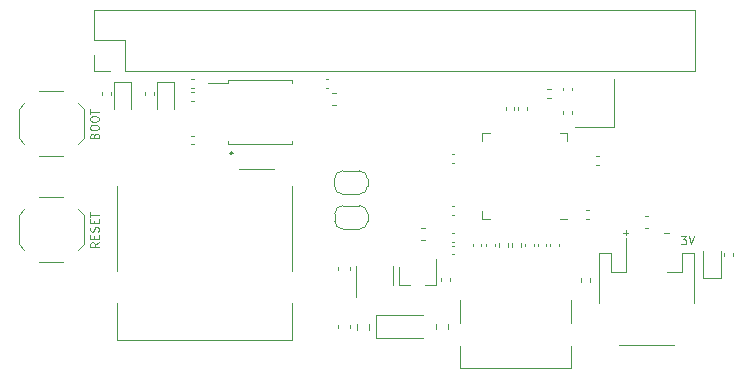
<source format=gbr>
%TF.GenerationSoftware,KiCad,Pcbnew,(5.1.8-0-10_14)*%
%TF.CreationDate,2021-08-20T13:19:01+08:00*%
%TF.ProjectId,microbyte-rp2040,6d696372-6f62-4797-9465-2d7270323034,rev?*%
%TF.SameCoordinates,Original*%
%TF.FileFunction,Legend,Top*%
%TF.FilePolarity,Positive*%
%FSLAX46Y46*%
G04 Gerber Fmt 4.6, Leading zero omitted, Abs format (unit mm)*
G04 Created by KiCad (PCBNEW (5.1.8-0-10_14)) date 2021-08-20 13:19:01*
%MOMM*%
%LPD*%
G01*
G04 APERTURE LIST*
%ADD10C,0.120000*%
%ADD11C,0.200000*%
%ADD12C,0.100000*%
G04 APERTURE END LIST*
D10*
X171481428Y-98632857D02*
X171938571Y-98632857D01*
X172926666Y-98936666D02*
X173360000Y-98936666D01*
X173126666Y-99203333D01*
X173226666Y-99203333D01*
X173293333Y-99236666D01*
X173326666Y-99270000D01*
X173360000Y-99336666D01*
X173360000Y-99503333D01*
X173326666Y-99570000D01*
X173293333Y-99603333D01*
X173226666Y-99636666D01*
X173026666Y-99636666D01*
X172960000Y-99603333D01*
X172926666Y-99570000D01*
X173560000Y-98936666D02*
X173793333Y-99636666D01*
X174026666Y-98936666D01*
X168001428Y-98632857D02*
X168458571Y-98632857D01*
X168230000Y-98861428D02*
X168230000Y-98404285D01*
X123606666Y-99446666D02*
X123273333Y-99680000D01*
X123606666Y-99846666D02*
X122906666Y-99846666D01*
X122906666Y-99580000D01*
X122940000Y-99513333D01*
X122973333Y-99480000D01*
X123040000Y-99446666D01*
X123140000Y-99446666D01*
X123206666Y-99480000D01*
X123240000Y-99513333D01*
X123273333Y-99580000D01*
X123273333Y-99846666D01*
X123240000Y-99146666D02*
X123240000Y-98913333D01*
X123606666Y-98813333D02*
X123606666Y-99146666D01*
X122906666Y-99146666D01*
X122906666Y-98813333D01*
X123573333Y-98546666D02*
X123606666Y-98446666D01*
X123606666Y-98280000D01*
X123573333Y-98213333D01*
X123540000Y-98180000D01*
X123473333Y-98146666D01*
X123406666Y-98146666D01*
X123340000Y-98180000D01*
X123306666Y-98213333D01*
X123273333Y-98280000D01*
X123240000Y-98413333D01*
X123206666Y-98480000D01*
X123173333Y-98513333D01*
X123106666Y-98546666D01*
X123040000Y-98546666D01*
X122973333Y-98513333D01*
X122940000Y-98480000D01*
X122906666Y-98413333D01*
X122906666Y-98246666D01*
X122940000Y-98146666D01*
X123240000Y-97846666D02*
X123240000Y-97613333D01*
X123606666Y-97513333D02*
X123606666Y-97846666D01*
X122906666Y-97846666D01*
X122906666Y-97513333D01*
X122906666Y-97313333D02*
X122906666Y-96913333D01*
X123606666Y-97113333D02*
X122906666Y-97113333D01*
X123240000Y-90420000D02*
X123273333Y-90320000D01*
X123306666Y-90286666D01*
X123373333Y-90253333D01*
X123473333Y-90253333D01*
X123540000Y-90286666D01*
X123573333Y-90320000D01*
X123606666Y-90386666D01*
X123606666Y-90653333D01*
X122906666Y-90653333D01*
X122906666Y-90420000D01*
X122940000Y-90353333D01*
X122973333Y-90320000D01*
X123040000Y-90286666D01*
X123106666Y-90286666D01*
X123173333Y-90320000D01*
X123206666Y-90353333D01*
X123240000Y-90420000D01*
X123240000Y-90653333D01*
X122906666Y-89820000D02*
X122906666Y-89686666D01*
X122940000Y-89620000D01*
X123006666Y-89553333D01*
X123140000Y-89520000D01*
X123373333Y-89520000D01*
X123506666Y-89553333D01*
X123573333Y-89620000D01*
X123606666Y-89686666D01*
X123606666Y-89820000D01*
X123573333Y-89886666D01*
X123506666Y-89953333D01*
X123373333Y-89986666D01*
X123140000Y-89986666D01*
X123006666Y-89953333D01*
X122940000Y-89886666D01*
X122906666Y-89820000D01*
X122906666Y-89086666D02*
X122906666Y-88953333D01*
X122940000Y-88886666D01*
X123006666Y-88820000D01*
X123140000Y-88786666D01*
X123373333Y-88786666D01*
X123506666Y-88820000D01*
X123573333Y-88886666D01*
X123606666Y-88953333D01*
X123606666Y-89086666D01*
X123573333Y-89153333D01*
X123506666Y-89220000D01*
X123373333Y-89253333D01*
X123140000Y-89253333D01*
X123006666Y-89220000D01*
X122940000Y-89153333D01*
X122906666Y-89086666D01*
X122906666Y-88586666D02*
X122906666Y-88186666D01*
X123606666Y-88386666D02*
X122906666Y-88386666D01*
%TO.C,SW2*%
X117290000Y-96670000D02*
X116840000Y-97120000D01*
X117290000Y-100070000D02*
X116840000Y-99620000D01*
X121890000Y-100070000D02*
X122340000Y-99620000D01*
X121890000Y-96670000D02*
X122340000Y-97120000D01*
X120590000Y-101120000D02*
X118590000Y-101120000D01*
X116840000Y-97120000D02*
X116840000Y-99620000D01*
X120590000Y-95620000D02*
X118590000Y-95620000D01*
X122340000Y-97120000D02*
X122340000Y-99620000D01*
%TO.C,SW1*%
X117290000Y-87700000D02*
X116840000Y-88150000D01*
X117290000Y-91100000D02*
X116840000Y-90650000D01*
X121890000Y-91100000D02*
X122340000Y-90650000D01*
X121890000Y-87700000D02*
X122340000Y-88150000D01*
X120590000Y-92150000D02*
X118590000Y-92150000D01*
X116840000Y-88150000D02*
X116840000Y-90650000D01*
X120590000Y-86650000D02*
X118590000Y-86650000D01*
X122340000Y-88150000D02*
X122340000Y-90650000D01*
%TO.C,JP2*%
X146380000Y-94090000D02*
X146380000Y-94690000D01*
X144280000Y-93390000D02*
X145680000Y-93390000D01*
X143580000Y-94690000D02*
X143580000Y-94090000D01*
X145680000Y-95390000D02*
X144280000Y-95390000D01*
X146380000Y-94690000D02*
G75*
G02*
X145680000Y-95390000I-700000J0D01*
G01*
X145680000Y-93390000D02*
G75*
G02*
X146380000Y-94090000I0J-700000D01*
G01*
X143580000Y-94090000D02*
G75*
G02*
X144280000Y-93390000I700000J0D01*
G01*
X144280000Y-95390000D02*
G75*
G02*
X143580000Y-94690000I0J700000D01*
G01*
%TO.C,JP1*%
X143600000Y-97640000D02*
X143600000Y-97040000D01*
X145700000Y-98340000D02*
X144300000Y-98340000D01*
X146400000Y-97040000D02*
X146400000Y-97640000D01*
X144300000Y-96340000D02*
X145700000Y-96340000D01*
X143600000Y-97040000D02*
G75*
G02*
X144300000Y-96340000I700000J0D01*
G01*
X144300000Y-98340000D02*
G75*
G02*
X143600000Y-97640000I0J700000D01*
G01*
X146400000Y-97640000D02*
G75*
G02*
X145700000Y-98340000I-700000J0D01*
G01*
X145700000Y-96340000D02*
G75*
G02*
X146400000Y-97040000I0J-700000D01*
G01*
%TO.C,D1*%
X147140000Y-105580000D02*
X151040000Y-105580000D01*
X147140000Y-107580000D02*
X151040000Y-107580000D01*
X147140000Y-105580000D02*
X147140000Y-107580000D01*
%TO.C,C21*%
X153512164Y-100450000D02*
X153727836Y-100450000D01*
X153512164Y-99730000D02*
X153727836Y-99730000D01*
%TO.C,C20*%
X153512164Y-99420000D02*
X153727836Y-99420000D01*
X153512164Y-98700000D02*
X153727836Y-98700000D01*
%TO.C,C12*%
X155300000Y-99562164D02*
X155300000Y-99777836D01*
X156020000Y-99562164D02*
X156020000Y-99777836D01*
%TO.C,C11*%
X156430000Y-99562164D02*
X156430000Y-99777836D01*
X157150000Y-99562164D02*
X157150000Y-99777836D01*
%TO.C,U4*%
X162640000Y-97450000D02*
X163290000Y-97450000D01*
X156070000Y-90230000D02*
X156070000Y-90880000D01*
X156720000Y-90230000D02*
X156070000Y-90230000D01*
X163290000Y-90230000D02*
X163290000Y-90880000D01*
X162640000Y-90230000D02*
X163290000Y-90230000D01*
X156070000Y-97450000D02*
X156070000Y-96800000D01*
X156720000Y-97450000D02*
X156070000Y-97450000D01*
%TO.C,Y1*%
X163970000Y-89660000D02*
X167270000Y-89660000D01*
X167270000Y-89660000D02*
X167270000Y-85660000D01*
%TO.C,U3*%
X137290000Y-91125000D02*
X140015000Y-91125000D01*
X140015000Y-91125000D02*
X140015000Y-90865000D01*
X137290000Y-91125000D02*
X134565000Y-91125000D01*
X134565000Y-91125000D02*
X134565000Y-90865000D01*
X137290000Y-85675000D02*
X140015000Y-85675000D01*
X140015000Y-85675000D02*
X140015000Y-85935000D01*
X137290000Y-85675000D02*
X134565000Y-85675000D01*
X134565000Y-85675000D02*
X134565000Y-85935000D01*
X134565000Y-85935000D02*
X132890000Y-85935000D01*
%TO.C,U1*%
X148540000Y-102260000D02*
X148540000Y-101460000D01*
X148540000Y-102260000D02*
X148540000Y-103060000D01*
X145420000Y-102260000D02*
X145420000Y-101460000D01*
X145420000Y-102260000D02*
X145420000Y-104060000D01*
%TO.C,R13*%
X161913641Y-87270000D02*
X161606359Y-87270000D01*
X161913641Y-86510000D02*
X161606359Y-86510000D01*
%TO.C,R12*%
X157510000Y-99536359D02*
X157510000Y-99843641D01*
X158270000Y-99536359D02*
X158270000Y-99843641D01*
%TO.C,R11*%
X158610000Y-99536359D02*
X158610000Y-99843641D01*
X159370000Y-99536359D02*
X159370000Y-99843641D01*
%TO.C,R10*%
X131723641Y-86400000D02*
X131416359Y-86400000D01*
X131723641Y-85640000D02*
X131416359Y-85640000D01*
%TO.C,R9*%
X131723641Y-87480000D02*
X131416359Y-87480000D01*
X131723641Y-86720000D02*
X131416359Y-86720000D01*
%TO.C,R8*%
X165200000Y-102486359D02*
X165200000Y-102793641D01*
X164440000Y-102486359D02*
X164440000Y-102793641D01*
%TO.C,R7*%
X152620000Y-102753641D02*
X152620000Y-102446359D01*
X153380000Y-102753641D02*
X153380000Y-102446359D01*
%TO.C,R6*%
X176560000Y-100633641D02*
X176560000Y-100326359D01*
X177320000Y-100633641D02*
X177320000Y-100326359D01*
%TO.C,R2*%
X146502500Y-106362742D02*
X146502500Y-106837258D01*
X145457500Y-106362742D02*
X145457500Y-106837258D01*
%TO.C,R1*%
X153232500Y-106342742D02*
X153232500Y-106817258D01*
X152187500Y-106342742D02*
X152187500Y-106817258D01*
%TO.C,Q1*%
X149030000Y-103040000D02*
X149960000Y-103040000D01*
X152190000Y-103040000D02*
X151260000Y-103040000D01*
X152190000Y-103040000D02*
X152190000Y-100880000D01*
X149030000Y-103040000D02*
X149030000Y-101580000D01*
%TO.C,L1*%
X150917221Y-98260000D02*
X151242779Y-98260000D01*
X150917221Y-99280000D02*
X151242779Y-99280000D01*
%TO.C,J4*%
X174130000Y-84960000D02*
X174130000Y-79760000D01*
X125810000Y-84960000D02*
X174130000Y-84960000D01*
X123210000Y-79760000D02*
X174130000Y-79760000D01*
X125810000Y-84960000D02*
X125810000Y-82360000D01*
X125810000Y-82360000D02*
X123210000Y-82360000D01*
X123210000Y-82360000D02*
X123210000Y-79760000D01*
X124540000Y-84960000D02*
X123210000Y-84960000D01*
X123210000Y-84960000D02*
X123210000Y-83630000D01*
%TO.C,J3*%
X154230000Y-108220000D02*
X154230000Y-110120000D01*
X154230000Y-104320000D02*
X154230000Y-106320000D01*
X163630000Y-108220000D02*
X163630000Y-110120000D01*
X163630000Y-104320000D02*
X163630000Y-106320000D01*
X154230000Y-110120000D02*
X163630000Y-110120000D01*
%TO.C,J1*%
X165940000Y-104610000D02*
X165940000Y-100360000D01*
X165940000Y-100360000D02*
X166960000Y-100360000D01*
X166960000Y-100360000D02*
X166960000Y-101960000D01*
X166960000Y-101960000D02*
X168240000Y-101960000D01*
X168240000Y-101960000D02*
X168240000Y-99070000D01*
X174060000Y-104610000D02*
X174060000Y-100360000D01*
X174060000Y-100360000D02*
X173040000Y-100360000D01*
X173040000Y-100360000D02*
X173040000Y-101960000D01*
X173040000Y-101960000D02*
X171760000Y-101960000D01*
X167660000Y-108180000D02*
X172340000Y-108180000D01*
%TO.C,D2*%
X174805000Y-100220000D02*
X174805000Y-102505000D01*
X174805000Y-102505000D02*
X176275000Y-102505000D01*
X176275000Y-102505000D02*
X176275000Y-100220000D01*
%TO.C,C23*%
X162960000Y-86577836D02*
X162960000Y-86362164D01*
X163680000Y-86577836D02*
X163680000Y-86362164D01*
%TO.C,C22*%
X163690000Y-88342164D02*
X163690000Y-88557836D01*
X162970000Y-88342164D02*
X162970000Y-88557836D01*
%TO.C,C19*%
X164882164Y-96740000D02*
X165097836Y-96740000D01*
X164882164Y-97460000D02*
X165097836Y-97460000D01*
%TO.C,C18*%
X153707836Y-97120000D02*
X153492164Y-97120000D01*
X153707836Y-96400000D02*
X153492164Y-96400000D01*
%TO.C,C17*%
X165722164Y-92150000D02*
X165937836Y-92150000D01*
X165722164Y-92870000D02*
X165937836Y-92870000D01*
%TO.C,C16*%
X162570000Y-99572164D02*
X162570000Y-99787836D01*
X161850000Y-99572164D02*
X161850000Y-99787836D01*
%TO.C,C15*%
X153707836Y-92720000D02*
X153492164Y-92720000D01*
X153707836Y-92000000D02*
X153492164Y-92000000D01*
%TO.C,C14*%
X159160000Y-88237836D02*
X159160000Y-88022164D01*
X159880000Y-88237836D02*
X159880000Y-88022164D01*
%TO.C,C13*%
X160460000Y-99572164D02*
X160460000Y-99787836D01*
X159740000Y-99572164D02*
X159740000Y-99787836D01*
%TO.C,C10*%
X158090000Y-88237836D02*
X158090000Y-88022164D01*
X158810000Y-88237836D02*
X158810000Y-88022164D01*
%TO.C,C9*%
X161510000Y-99572164D02*
X161510000Y-99787836D01*
X160790000Y-99572164D02*
X160790000Y-99787836D01*
%TO.C,C8*%
X143389420Y-86790000D02*
X143670580Y-86790000D01*
X143389420Y-87810000D02*
X143670580Y-87810000D01*
%TO.C,C7*%
X142852164Y-85640000D02*
X143067836Y-85640000D01*
X142852164Y-86360000D02*
X143067836Y-86360000D01*
%TO.C,C6*%
X131462164Y-90420000D02*
X131677836Y-90420000D01*
X131462164Y-91140000D02*
X131677836Y-91140000D01*
%TO.C,C3*%
X169849420Y-97200000D02*
X170130580Y-97200000D01*
X169849420Y-98220000D02*
X170130580Y-98220000D01*
%TO.C,C2*%
X144860000Y-101519420D02*
X144860000Y-101800580D01*
X143840000Y-101519420D02*
X143840000Y-101800580D01*
%TO.C,C1*%
X144860000Y-106439420D02*
X144860000Y-106720580D01*
X143840000Y-106439420D02*
X143840000Y-106720580D01*
D11*
%TO.C,J2*%
X134960000Y-91920000D02*
X134960000Y-91920000D01*
X134760000Y-91920000D02*
X134760000Y-91920000D01*
D12*
X138460000Y-93220000D02*
X135460000Y-93220000D01*
X139960000Y-101920000D02*
X139960000Y-94720000D01*
X139960000Y-107720000D02*
X139960000Y-104620000D01*
X125210000Y-107720000D02*
X139960000Y-107720000D01*
X125210000Y-104620000D02*
X125210000Y-107720000D01*
X125210000Y-94720000D02*
X125210000Y-101920000D01*
D11*
X134960000Y-91920000D02*
G75*
G02*
X134760000Y-91920000I-100000J0D01*
G01*
X134760000Y-91920000D02*
G75*
G02*
X134960000Y-91920000I100000J0D01*
G01*
D10*
%TO.C,D3*%
X129995000Y-88170000D02*
X129995000Y-85885000D01*
X129995000Y-85885000D02*
X128525000Y-85885000D01*
X128525000Y-85885000D02*
X128525000Y-88170000D01*
%TO.C,D4*%
X124925000Y-85885000D02*
X124925000Y-88170000D01*
X126395000Y-85885000D02*
X124925000Y-85885000D01*
X126395000Y-88170000D02*
X126395000Y-85885000D01*
%TO.C,R14*%
X124680000Y-86686359D02*
X124680000Y-86993641D01*
X123920000Y-86686359D02*
X123920000Y-86993641D01*
%TO.C,R15*%
X127520000Y-86686359D02*
X127520000Y-86993641D01*
X128280000Y-86686359D02*
X128280000Y-86993641D01*
%TD*%
M02*

</source>
